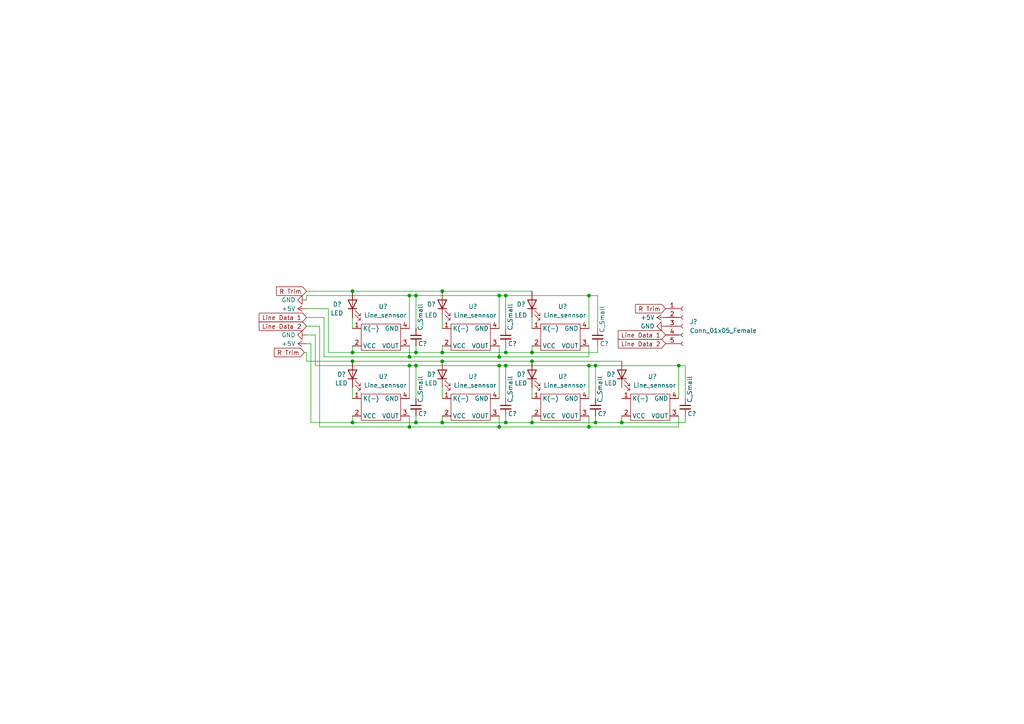
<source format=kicad_sch>
(kicad_sch (version 20211123) (generator eeschema)
  (paper "A4")
  (lib_symbols
    (symbol "Connector:Conn_01x05_Female" (pin_names (offset 1.016) hide)
      (property "Reference" "J" (at 0 7.62 0))
      (property "Value" "Conn_01x05_Female" (at 0 -7.62 0))
      (symbol "Conn_01x05_Female_1_1"
        (arc (start 0 -4.572) (mid -0.508 -5.08) (end 0 -5.588) (stroke (width 0.1524)))
        (arc (start 0 -2.032) (mid -0.508 -2.54) (end 0 -3.048) (stroke (width 0.1524)))
        (polyline (pts (xy -1.27 -5.08) (xy -0.508 -5.08)) (stroke (width 0.1524)))
        (polyline (pts (xy -1.27 -2.54) (xy -0.508 -2.54)) (stroke (width 0.1524)))
        (polyline (pts (xy -1.27 0) (xy -0.508 0)) (stroke (width 0.1524)))
        (polyline (pts (xy -1.27 2.54) (xy -0.508 2.54)) (stroke (width 0.1524)))
        (polyline (pts (xy -1.27 5.08) (xy -0.508 5.08)) (stroke (width 0.1524)))
        (arc (start 0 0.508) (mid -0.508 0) (end 0 -0.508) (stroke (width 0.1524)))
        (arc (start 0 3.048) (mid -0.508 2.54) (end 0 2.032) (stroke (width 0.1524)))
        (arc (start 0 5.588) (mid -0.508 5.08) (end 0 4.572) (stroke (width 0.1524)))
        (pin passive line (at -5.08 5.08 0) (length 3.81) (name "Pin_1") (number "1"))
        (pin passive line (at -5.08 2.54 0) (length 3.81) (name "Pin_2") (number "2"))
        (pin passive line (at -5.08 0 0) (length 3.81) (name "Pin_3") (number "3"))
        (pin passive line (at -5.08 -2.54 0) (length 3.81) (name "Pin_4") (number "4"))
        (pin passive line (at -5.08 -5.08 0) (length 3.81) (name "Pin_5") (number "5"))
      )
    )
    (symbol "Device:C_Small" (pin_numbers hide) (pin_names (offset 0.254) hide)
      (property "Reference" "C" (at 0.254 1.778 0))
      (property "Value" "C_Small" (at 0.254 -2.032 0))
      (symbol "C_Small_0_1"
        (polyline (pts (xy -1.524 -0.508) (xy 1.524 -0.508)) (stroke (width 0.3302)))
        (polyline (pts (xy -1.524 0.508) (xy 1.524 0.508)) (stroke (width 0.3048)))
      )
      (symbol "C_Small_1_1"
        (pin passive line (at 0 2.54 270) (length 2.032) (name "~") (number "1"))
        (pin passive line (at 0 -2.54 90) (length 2.032) (name "~") (number "2"))
      )
    )
    (symbol "Device:LED" (pin_numbers hide) (pin_names (offset 1.016) hide)
      (property "Reference" "D" (at 0 2.54 0))
      (property "Value" "LED" (at 0 -2.54 0))
      (symbol "LED_0_1"
        (polyline (pts (xy -1.27 -1.27) (xy -1.27 1.27)) (stroke (width 0.254)))
        (polyline (pts (xy -1.27 0) (xy 1.27 0)))
        (polyline (pts (xy 1.27 -1.27) (xy 1.27 1.27) (xy -1.27 0) (xy 1.27 -1.27)) (stroke (width 0.254)))
        (polyline (pts (xy -3.048 -0.762) (xy -4.572 -2.286) (xy -3.81 -2.286) (xy -4.572 -2.286) (xy -4.572 -1.524)))
        (polyline (pts (xy -1.778 -0.762) (xy -3.302 -2.286) (xy -2.54 -2.286) (xy -3.302 -2.286) (xy -3.302 -1.524)))
      )
      (symbol "LED_1_1"
        (pin passive line (at -3.81 0 0) (length 2.54) (name "K") (number "1"))
        (pin passive line (at 3.81 0 180) (length 2.54) (name "A") (number "2"))
      )
    )
    (symbol "Line_sennsor:Line_sennsor"
      (property "Reference" "U" (at 0 1.27 0))
      (property "Value" "Line_sennsor" (at 0 0 0))
      (symbol "Line_sennsor_0_1"
        (rectangle (start -6.35 -1.27) (end 5.08 -8.89))
      )
      (symbol "Line_sennsor_1_1"
        (pin bidirectional line (at -8.89 -2.54 0) (length 2.54) (name "K(-)") (number "1"))
        (pin bidirectional line (at -8.89 -7.62 0) (length 2.54) (name "VCC") (number "2"))
        (pin bidirectional line (at 7.62 -7.62 180) (length 2.54) (name "VOUT") (number "3"))
        (pin bidirectional line (at 7.62 -2.54 180) (length 2.54) (name "GND") (number "4"))
      )
    )
    (symbol "power:+5V" (power) (pin_names (offset 0))
      (property "Value" "+5V" (at 0 3.556 0))
      (symbol "+5V_0_1"
        (polyline (pts (xy -0.762 1.27) (xy 0 2.54)))
        (polyline (pts (xy 0 0) (xy 0 2.54)))
        (polyline (pts (xy 0 2.54) (xy 0.762 1.27)))
      )
      (symbol "+5V_1_1"
        (pin power_in line (at 0 0 90) (length 0) hide (name "+5V") (number "1"))
      )
    )
    (symbol "power:GND" (power) (pin_names (offset 0))
      (property "Value" "GND" (at 0 -3.81 0))
      (symbol "GND_0_1"
        (polyline (pts (xy 0 0) (xy 0 -1.27) (xy 1.27 -1.27) (xy 0 -2.54) (xy -1.27 -1.27) (xy 0 -1.27)))
      )
      (symbol "GND_1_1"
        (pin power_in line (at 0 0 270) (length 0) hide (name "GND") (number "1"))
      )
    )
  )
  (junction (at 170.815 85.725))
  (junction (at 172.72 106.045))
  (junction (at 180.34 122.555))
  (junction (at 118.745 106.045))
  (junction (at 128.27 84.455))
  (junction (at 102.235 122.555))
  (junction (at 146.685 102.235))
  (junction (at 102.235 104.775))
  (junction (at 154.305 102.235))
  (junction (at 120.65 122.555))
  (junction (at 170.815 123.825))
  (junction (at 118.745 103.505))
  (junction (at 146.685 122.555))
  (junction (at 172.72 122.555))
  (junction (at 120.65 85.725))
  (junction (at 118.745 85.725))
  (junction (at 146.685 106.045))
  (junction (at 118.745 123.825))
  (junction (at 196.85 106.045))
  (junction (at 120.65 106.045))
  (junction (at 102.235 102.235))
  (junction (at 144.78 85.725))
  (junction (at 128.27 104.775))
  (junction (at 146.685 85.725))
  (junction (at 128.27 122.555))
  (junction (at 128.27 102.235))
  (junction (at 170.815 106.045))
  (junction (at 154.305 104.775))
  (junction (at 144.78 123.825))
  (junction (at 154.305 122.555))
  (junction (at 102.235 84.455))
  (junction (at 144.78 106.045))
  (junction (at 120.65 102.235))
  (junction (at 144.78 103.505))
  (wire (pts (xy 128.27 92.075) (xy 128.27 95.25)))
  (wire (pts (xy 154.305 102.235) (xy 173.355 102.235)))
  (wire (pts (xy 118.745 123.825) (xy 92.71 123.825)))
  (wire (pts (xy 170.815 106.045) (xy 170.815 115.57)))
  (wire (pts (xy 88.9 85.725) (xy 118.745 85.725)))
  (wire (pts (xy 118.745 85.725) (xy 120.65 85.725)))
  (wire (pts (xy 95.25 89.535) (xy 95.25 102.235)))
  (wire (pts (xy 128.27 104.775) (xy 154.305 104.775)))
  (wire (pts (xy 118.745 103.505) (xy 144.78 103.505)))
  (wire (pts (xy 198.755 115.57) (xy 198.755 106.045)))
  (wire (pts (xy 118.745 123.825) (xy 144.78 123.825)))
  (wire (pts (xy 146.685 85.725) (xy 170.815 85.725)))
  (wire (pts (xy 172.72 120.65) (xy 172.72 122.555)))
  (wire (pts (xy 144.78 120.65) (xy 144.78 123.825)))
  (wire (pts (xy 102.235 120.65) (xy 102.235 122.555)))
  (wire (pts (xy 120.65 102.235) (xy 128.27 102.235)))
  (wire (pts (xy 92.71 94.615) (xy 88.9 94.615)))
  (wire (pts (xy 102.235 102.235) (xy 120.65 102.235)))
  (wire (pts (xy 170.815 85.725) (xy 173.355 85.725)))
  (wire (pts (xy 88.9 89.535) (xy 95.25 89.535)))
  (wire (pts (xy 128.27 100.33) (xy 128.27 102.235)))
  (wire (pts (xy 88.265 102.235) (xy 88.9 102.235)))
  (wire (pts (xy 146.685 100.33) (xy 146.685 102.235)))
  (wire (pts (xy 128.27 112.395) (xy 128.27 115.57)))
  (wire (pts (xy 196.85 115.57) (xy 196.85 106.045)))
  (wire (pts (xy 170.815 106.045) (xy 172.72 106.045)))
  (wire (pts (xy 198.755 122.555) (xy 198.755 120.65)))
  (wire (pts (xy 170.815 100.33) (xy 170.815 103.505)))
  (wire (pts (xy 172.72 106.045) (xy 196.85 106.045)))
  (wire (pts (xy 120.65 106.045) (xy 120.65 115.57)))
  (wire (pts (xy 173.355 85.725) (xy 173.355 95.25)))
  (wire (pts (xy 91.44 97.155) (xy 91.44 106.045)))
  (wire (pts (xy 154.305 122.555) (xy 172.72 122.555)))
  (wire (pts (xy 146.685 102.235) (xy 154.305 102.235)))
  (wire (pts (xy 120.65 120.65) (xy 120.65 122.555)))
  (wire (pts (xy 90.17 99.695) (xy 90.17 122.555)))
  (wire (pts (xy 118.745 120.65) (xy 118.745 123.825)))
  (wire (pts (xy 93.98 103.505) (xy 118.745 103.505)))
  (wire (pts (xy 180.34 122.555) (xy 180.34 120.65)))
  (wire (pts (xy 170.815 85.725) (xy 170.815 95.25)))
  (wire (pts (xy 128.27 102.235) (xy 146.685 102.235)))
  (wire (pts (xy 118.745 106.045) (xy 120.65 106.045)))
  (wire (pts (xy 88.9 86.995) (xy 88.9 85.725)))
  (wire (pts (xy 118.745 106.045) (xy 118.745 115.57)))
  (wire (pts (xy 88.9 99.695) (xy 90.17 99.695)))
  (wire (pts (xy 146.685 106.045) (xy 170.815 106.045)))
  (wire (pts (xy 154.305 92.075) (xy 154.305 95.25)))
  (wire (pts (xy 172.72 122.555) (xy 180.34 122.555)))
  (wire (pts (xy 128.27 122.555) (xy 146.685 122.555)))
  (wire (pts (xy 102.235 100.33) (xy 102.235 102.235)))
  (wire (pts (xy 88.9 97.155) (xy 91.44 97.155)))
  (wire (pts (xy 198.755 106.045) (xy 196.85 106.045)))
  (wire (pts (xy 120.65 122.555) (xy 128.27 122.555)))
  (wire (pts (xy 120.65 85.725) (xy 120.65 95.25)))
  (wire (pts (xy 144.78 103.505) (xy 170.815 103.505)))
  (wire (pts (xy 88.9 92.075) (xy 93.98 92.075)))
  (wire (pts (xy 172.72 115.57) (xy 172.72 106.045)))
  (wire (pts (xy 146.685 106.045) (xy 146.685 115.57)))
  (wire (pts (xy 128.27 84.455) (xy 154.305 84.455)))
  (wire (pts (xy 146.685 85.725) (xy 146.685 95.25)))
  (wire (pts (xy 144.78 85.725) (xy 146.685 85.725)))
  (wire (pts (xy 144.78 85.725) (xy 144.78 95.25)))
  (wire (pts (xy 102.235 84.455) (xy 128.27 84.455)))
  (wire (pts (xy 154.305 100.33) (xy 154.305 102.235)))
  (wire (pts (xy 102.235 104.775) (xy 128.27 104.775)))
  (wire (pts (xy 102.235 122.555) (xy 120.65 122.555)))
  (wire (pts (xy 93.98 92.075) (xy 93.98 103.505)))
  (wire (pts (xy 92.71 123.825) (xy 92.71 94.615)))
  (wire (pts (xy 170.815 123.825) (xy 196.85 123.825)))
  (wire (pts (xy 146.685 120.65) (xy 146.685 122.555)))
  (wire (pts (xy 154.305 104.775) (xy 180.34 104.775)))
  (wire (pts (xy 154.305 120.65) (xy 154.305 122.555)))
  (wire (pts (xy 146.685 122.555) (xy 154.305 122.555)))
  (wire (pts (xy 144.78 123.825) (xy 170.815 123.825)))
  (wire (pts (xy 118.745 106.045) (xy 91.44 106.045)))
  (wire (pts (xy 120.65 106.045) (xy 144.78 106.045)))
  (wire (pts (xy 88.9 84.455) (xy 102.235 84.455)))
  (wire (pts (xy 102.235 104.775) (xy 88.9 104.775)))
  (wire (pts (xy 90.17 122.555) (xy 102.235 122.555)))
  (wire (pts (xy 102.235 92.075) (xy 102.235 95.25)))
  (wire (pts (xy 144.78 106.045) (xy 146.685 106.045)))
  (wire (pts (xy 120.65 85.725) (xy 144.78 85.725)))
  (wire (pts (xy 118.745 100.33) (xy 118.745 103.505)))
  (wire (pts (xy 170.815 120.65) (xy 170.815 123.825)))
  (wire (pts (xy 154.305 112.395) (xy 154.305 115.57)))
  (wire (pts (xy 180.34 122.555) (xy 198.755 122.555)))
  (wire (pts (xy 88.9 102.235) (xy 88.9 104.775)))
  (wire (pts (xy 144.78 106.045) (xy 144.78 115.57)))
  (wire (pts (xy 144.78 100.33) (xy 144.78 103.505)))
  (wire (pts (xy 173.355 100.33) (xy 173.355 102.235)))
  (wire (pts (xy 102.235 112.395) (xy 102.235 115.57)))
  (wire (pts (xy 196.85 123.825) (xy 196.85 120.65)))
  (wire (pts (xy 120.65 100.33) (xy 120.65 102.235)))
  (wire (pts (xy 128.27 120.65) (xy 128.27 122.555)))
  (wire (pts (xy 118.745 85.725) (xy 118.745 95.25)))
  (wire (pts (xy 95.25 102.235) (xy 102.235 102.235)))
  (global_label "Line Data 1" (shape input) (at 193.04 97.155 180) (property "Intersheet References" "${INTERSHEET_REFS}" (effects hide)))
  (global_label "R Trim" (shape input) (at 193.04 89.535 180) (property "Intersheet References" "${INTERSHEET_REFS}" (effects hide)))
  (global_label "R Trim" (shape input) (at 88.9 84.455 180) (property "Intersheet References" "${INTERSHEET_REFS}" (effects hide)))
  (global_label "R Trim" (shape input) (at 88.265 102.235 180) (property "Intersheet References" "${INTERSHEET_REFS}" (effects hide)))
  (global_label "Line Data 2" (shape input) (at 193.04 99.695 180) (property "Intersheet References" "${INTERSHEET_REFS}" (effects hide)))
  (global_label "Line Data 1" (shape input) (at 88.9 92.075 180) (property "Intersheet References" "${INTERSHEET_REFS}" (effects hide)))
  (global_label "Line Data 2" (shape input) (at 88.9 94.615 180) (property "Intersheet References" "${INTERSHEET_REFS}" (effects hide)))
  (symbol (lib_id "power:+5V") (at 88.9 99.695 90) (unit 1)
    (property "Reference" "#PWR?" (effects hide))
    (property "Value" "+5V" (at 85.725 99.6949 90) (effects (justify left)))
  )
  (symbol (lib_id "Line_sennsor:Line_sennsor") (at 111.125 113.03 0) (unit 1)
    (property "Reference" "U?" (at 111.125 109.22 0))
    (property "Value" "Line_sennsor" (at 111.76 111.76 0))
  )
  (symbol (lib_id "power:GND") (at 88.9 86.995 270) (unit 1)
    (property "Reference" "#PWR?" (effects hide))
    (property "Value" "GND" (at 85.725 86.9949 90) (effects (justify right)))
  )
  (symbol (lib_id "Line_sennsor:Line_sennsor") (at 111.125 92.71 0) (unit 1)
    (property "Reference" "U?" (at 111.125 88.9 0))
    (property "Value" "Line_sennsor" (at 111.76 91.44 0))
  )
  (symbol (lib_id "power:+5V") (at 88.9 89.535 90) (unit 1)
    (property "Reference" "#PWR?" (effects hide))
    (property "Value" "+5V" (at 85.725 89.5349 90) (effects (justify left)))
  )
  (symbol (lib_id "Line_sennsor:Line_sennsor") (at 163.195 113.03 0) (unit 1)
    (property "Reference" "U?" (at 163.195 109.22 0))
    (property "Value" "Line_sennsor" (at 163.83 111.76 0))
  )
  (symbol (lib_id "Device:C_Small") (at 120.65 118.11 0) (unit 1)
    (property "Reference" "C?" (at 121.285 120.015 0) (effects (justify left)))
    (property "Value" "C_Small" (at 121.92 116.84 90) (effects (justify left)))
    (property "Footprint" "Capacitor_THT:C_Disc_D3.8mm_W2.6mm_P2.50mm" (effects hide))
  )
  (symbol (lib_id "Device:C_Small") (at 146.685 118.11 0) (unit 1)
    (property "Reference" "C?" (at 147.32 120.015 0) (effects (justify left)))
    (property "Value" "C_Small" (at 147.955 116.84 90) (effects (justify left)))
    (property "Footprint" "Capacitor_THT:C_Disc_D3.8mm_W2.6mm_P2.50mm" (effects hide))
  )
  (symbol (lib_id "Device:C_Small") (at 146.685 97.79 0) (unit 1)
    (property "Reference" "C?" (at 147.32 99.695 0) (effects (justify left)))
    (property "Value" "C_Small" (at 147.955 95.885 90) (effects (justify left)))
    (property "Footprint" "Capacitor_THT:C_Disc_D3.8mm_W2.6mm_P2.50mm" (effects hide))
  )
  (symbol (lib_id "Line_sennsor:Line_sennsor") (at 163.195 92.71 0) (unit 1)
    (property "Reference" "U?" (at 163.195 88.9 0))
    (property "Value" "Line_sennsor" (at 163.83 91.44 0))
  )
  (symbol (lib_id "Connector:Conn_01x05_Female") (at 198.12 94.615 0) (unit 1)
    (property "Reference" "J?" (at 200.025 93.3449 0) (effects (justify left)))
    (property "Value" "Conn_01x05_Female" (at 200.025 95.8849 0) (effects (justify left)))
  )
  (symbol (lib_id "Device:C_Small") (at 120.65 97.79 0) (unit 1)
    (property "Reference" "C?" (at 121.285 99.695 0) (effects (justify left)))
    (property "Value" "C_Small" (at 121.92 95.885 90) (effects (justify left)))
    (property "Footprint" "Capacitor_THT:C_Disc_D3.8mm_W2.6mm_P2.50mm" (effects hide))
  )
  (symbol (lib_id "Device:LED") (at 154.305 108.585 90) (unit 1)
    (property "Reference" "D?" (at 149.86 108.585 90) (effects (justify right)))
    (property "Value" "LED" (at 149.225 111.125 90) (effects (justify right)))
    (property "Footprint" "LED_THT:LED_D3.0mm_Clear" (effects hide))
  )
  (symbol (lib_id "power:GND") (at 193.04 94.615 270) (unit 1)
    (property "Reference" "#PWR?" (effects hide))
    (property "Value" "GND" (at 189.865 94.6149 90) (effects (justify right)))
  )
  (symbol (lib_id "Device:LED") (at 102.235 88.265 90) (unit 1)
    (property "Reference" "D?" (at 96.52 88.265 90) (effects (justify right)))
    (property "Value" "LED" (at 95.885 90.805 90) (effects (justify right)))
    (property "Footprint" "LED_THT:LED_D3.0mm_Clear" (effects hide))
  )
  (symbol (lib_id "Device:C_Small") (at 198.755 118.11 0) (unit 1)
    (property "Reference" "C?" (at 199.39 120.015 0) (effects (justify left)))
    (property "Value" "C_Small" (at 200.025 116.84 90) (effects (justify left)))
    (property "Footprint" "Capacitor_THT:C_Disc_D3.8mm_W2.6mm_P2.50mm" (effects hide))
  )
  (symbol (lib_id "power:+5V") (at 193.04 92.075 90) (unit 1)
    (property "Reference" "#PWR?" (effects hide))
    (property "Value" "+5V" (at 189.865 92.0749 90) (effects (justify left)))
  )
  (symbol (lib_id "Line_sennsor:Line_sennsor") (at 137.16 92.71 0) (unit 1)
    (property "Reference" "U?" (at 137.16 88.9 0))
    (property "Value" "Line_sennsor" (at 137.795 91.44 0))
  )
  (symbol (lib_id "Device:LED") (at 180.34 108.585 90) (unit 1)
    (property "Reference" "D?" (at 175.895 108.585 90) (effects (justify right)))
    (property "Value" "LED" (at 175.26 111.125 90) (effects (justify right)))
    (property "Footprint" "LED_THT:LED_D3.0mm_Clear" (effects hide))
  )
  (symbol (lib_id "Device:LED") (at 154.305 88.265 90) (unit 1)
    (property "Reference" "D?" (at 149.86 88.265 90) (effects (justify right)))
    (property "Value" "LED" (at 149.225 91.44 90) (effects (justify right)))
    (property "Footprint" "LED_THT:LED_D3.0mm_Clear" (effects hide))
  )
  (symbol (lib_id "Line_sennsor:Line_sennsor") (at 137.16 113.03 0) (unit 1)
    (property "Reference" "U?" (at 137.16 109.22 0))
    (property "Value" "Line_sennsor" (at 137.795 111.76 0))
  )
  (symbol (lib_id "power:GND") (at 88.9 97.155 270) (unit 1)
    (property "Reference" "#PWR?" (effects hide))
    (property "Value" "GND" (at 85.725 97.1549 90) (effects (justify right)))
  )
  (symbol (lib_id "Device:LED") (at 102.235 108.585 90) (unit 1)
    (property "Reference" "D?" (at 97.79 108.585 90) (effects (justify right)))
    (property "Value" "LED" (at 97.155 111.125 90) (effects (justify right)))
    (property "Footprint" "LED_THT:LED_D3.0mm_Clear" (effects hide))
  )
  (symbol (lib_id "Device:C_Small") (at 173.355 97.79 0) (unit 1)
    (property "Reference" "C?" (at 173.99 99.695 0) (effects (justify left)))
    (property "Value" "C_Small" (at 174.625 96.52 90) (effects (justify left)))
    (property "Footprint" "Capacitor_THT:C_Disc_D3.8mm_W2.6mm_P2.50mm" (effects hide))
  )
  (symbol (lib_id "Device:LED") (at 128.27 108.585 90) (unit 1)
    (property "Reference" "D?" (at 123.825 108.585 90) (effects (justify right)))
    (property "Value" "LED" (at 123.19 111.125 90) (effects (justify right)))
    (property "Footprint" "LED_THT:LED_D3.0mm_Clear" (effects hide))
  )
  (symbol (lib_id "Device:LED") (at 128.27 88.265 90) (unit 1)
    (property "Reference" "D?" (at 123.825 88.265 90) (effects (justify right)))
    (property "Value" "LED" (at 123.19 91.44 90) (effects (justify right)))
    (property "Footprint" "LED_THT:LED_D3.0mm_Clear" (effects hide))
  )
  (symbol (lib_id "Line_sennsor:Line_sennsor") (at 189.23 113.03 0) (unit 1)
    (property "Reference" "U?" (at 189.23 109.22 0))
    (property "Value" "Line_sennsor" (at 189.865 111.76 0))
  )
  (symbol (lib_id "Device:C_Small") (at 172.72 118.11 0) (unit 1)
    (property "Reference" "C?" (at 173.355 120.015 0) (effects (justify left)))
    (property "Value" "C_Small" (at 173.99 116.84 90) (effects (justify left)))
    (property "Footprint" "Capacitor_THT:C_Disc_D3.8mm_W2.6mm_P2.50mm" (effects hide))
  )
)
</source>
